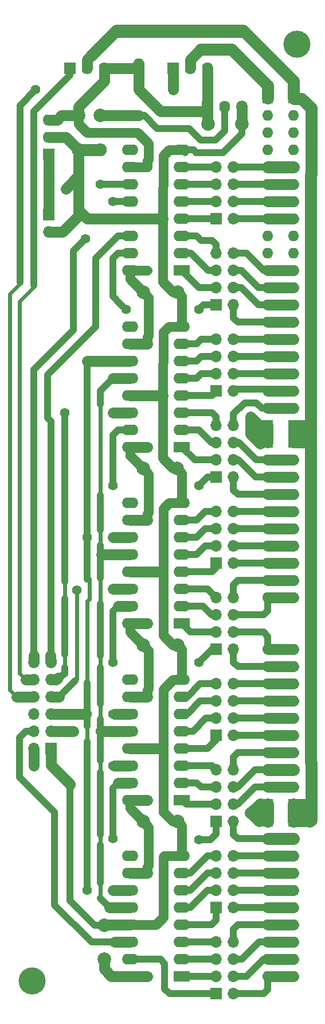
<source format=gbl>
G04 #@! TF.FileFunction,Copper,L4,Bot,Signal*
%FSLAX46Y46*%
G04 Gerber Fmt 4.6, Leading zero omitted, Abs format (unit mm)*
G04 Created by KiCad (PCBNEW 4.0.7-e2-6376~58~ubuntu14.04.1) date Thu Mar 22 17:03:27 2018*
%MOMM*%
%LPD*%
G01*
G04 APERTURE LIST*
%ADD10C,0.100000*%
%ADD11R,1.600000X1.600000*%
%ADD12O,1.600000X1.600000*%
%ADD13R,2.400000X1.600000*%
%ADD14O,2.400000X1.600000*%
%ADD15C,2.000000*%
%ADD16R,1.700000X1.700000*%
%ADD17O,1.700000X1.700000*%
%ADD18C,1.400000*%
%ADD19R,1.800000X1.800000*%
%ADD20O,1.800000X1.600000*%
%ADD21O,1.600000X1.800000*%
%ADD22C,1.900000*%
%ADD23C,1.600000*%
%ADD24O,1.800000X1.800000*%
%ADD25C,4.000000*%
%ADD26C,1.600000*%
%ADD27C,1.000000*%
%ADD28C,1.400000*%
%ADD29C,1.800000*%
%ADD30C,0.600000*%
G04 APERTURE END LIST*
D10*
D11*
X39878000Y-63881000D03*
D12*
X39878000Y-66421000D03*
X39878000Y-68961000D03*
X39878000Y-71501000D03*
X39878000Y-74041000D03*
X39878000Y-76581000D03*
X39878000Y-79121000D03*
X39878000Y-81661000D03*
X39878000Y-84201000D03*
X39878000Y-86741000D03*
D13*
X27178000Y-142621000D03*
D14*
X19558000Y-124841000D03*
X27178000Y-140081000D03*
X19558000Y-127381000D03*
X27178000Y-137541000D03*
X19558000Y-129921000D03*
X27178000Y-135001000D03*
X19558000Y-132461000D03*
X27178000Y-132461000D03*
X19558000Y-135001000D03*
X27178000Y-129921000D03*
X19558000Y-137541000D03*
X27178000Y-127381000D03*
X19558000Y-140081000D03*
X27178000Y-124841000D03*
X19558000Y-142621000D03*
D13*
X27178000Y-38481000D03*
D14*
X19558000Y-20701000D03*
X27178000Y-35941000D03*
X19558000Y-23241000D03*
X27178000Y-33401000D03*
X19558000Y-25781000D03*
X27178000Y-30861000D03*
X19558000Y-28321000D03*
X27178000Y-28321000D03*
X19558000Y-30861000D03*
X27178000Y-25781000D03*
X19558000Y-33401000D03*
X27178000Y-23241000D03*
X19558000Y-35941000D03*
X27178000Y-20701000D03*
X19558000Y-38481000D03*
D13*
X27178000Y-116586000D03*
D14*
X19558000Y-98806000D03*
X27178000Y-114046000D03*
X19558000Y-101346000D03*
X27178000Y-111506000D03*
X19558000Y-103886000D03*
X27178000Y-108966000D03*
X19558000Y-106426000D03*
X27178000Y-106426000D03*
X19558000Y-108966000D03*
X27178000Y-103886000D03*
X19558000Y-111506000D03*
X27178000Y-101346000D03*
X19558000Y-114046000D03*
X27178000Y-98806000D03*
X19558000Y-116586000D03*
D15*
X21463000Y-67691000D03*
X26463000Y-67691000D03*
X21543000Y-41656000D03*
X26543000Y-41656000D03*
D11*
X43688000Y-117221000D03*
D12*
X43688000Y-114681000D03*
X43688000Y-112141000D03*
X43688000Y-109601000D03*
X43688000Y-107061000D03*
X43688000Y-104521000D03*
X43688000Y-101981000D03*
X43688000Y-99441000D03*
X43688000Y-96901000D03*
X43688000Y-94361000D03*
D16*
X7493000Y-30226000D03*
D17*
X7493000Y-32766000D03*
D13*
X27178000Y-90551000D03*
D14*
X19558000Y-72771000D03*
X27178000Y-88011000D03*
X19558000Y-75311000D03*
X27178000Y-85471000D03*
X19558000Y-77851000D03*
X27178000Y-82931000D03*
X19558000Y-80391000D03*
X27178000Y-80391000D03*
X19558000Y-82931000D03*
X27178000Y-77851000D03*
X19558000Y-85471000D03*
X27178000Y-75311000D03*
X19558000Y-88011000D03*
X27178000Y-72771000D03*
X19558000Y-90551000D03*
D11*
X39878000Y-61341000D03*
D12*
X39878000Y-58801000D03*
X39878000Y-56261000D03*
X39878000Y-53721000D03*
X39878000Y-51181000D03*
X39878000Y-48641000D03*
X39878000Y-46101000D03*
X39878000Y-43561000D03*
X39878000Y-41021000D03*
X39878000Y-38481000D03*
D11*
X39878000Y-117221000D03*
D12*
X39878000Y-114681000D03*
X39878000Y-112141000D03*
X39878000Y-109601000D03*
X39878000Y-107061000D03*
X39878000Y-104521000D03*
X39878000Y-101981000D03*
X39878000Y-99441000D03*
X39878000Y-96901000D03*
X39878000Y-94361000D03*
D16*
X7874000Y-108966000D03*
D17*
X5334000Y-108966000D03*
X7874000Y-106426000D03*
X5334000Y-106426000D03*
X7874000Y-103886000D03*
X5334000Y-103886000D03*
X7874000Y-101346000D03*
X5334000Y-101346000D03*
X7874000Y-98806000D03*
X5334000Y-98806000D03*
X7874000Y-96266000D03*
X5334000Y-96266000D03*
D18*
X7533000Y-26416000D03*
X10033000Y-26416000D03*
D19*
X7493000Y-21336000D03*
D20*
X7493000Y-18796000D03*
X7493000Y-16256000D03*
D11*
X39878000Y-119761000D03*
D12*
X39878000Y-122301000D03*
X39878000Y-124841000D03*
X39878000Y-127381000D03*
X39878000Y-129921000D03*
X39878000Y-132461000D03*
X39878000Y-135001000D03*
X39878000Y-137541000D03*
X39878000Y-140081000D03*
X39878000Y-142621000D03*
D11*
X39878000Y-13081000D03*
D12*
X39878000Y-15621000D03*
X39878000Y-18161000D03*
X39878000Y-20701000D03*
X39878000Y-23241000D03*
X39878000Y-25781000D03*
X39878000Y-28321000D03*
X39878000Y-30861000D03*
X39878000Y-33401000D03*
X39878000Y-35941000D03*
D11*
X43688000Y-119761000D03*
D12*
X43688000Y-122301000D03*
X43688000Y-124841000D03*
X43688000Y-127381000D03*
X43688000Y-129921000D03*
X43688000Y-132461000D03*
X43688000Y-135001000D03*
X43688000Y-137541000D03*
X43688000Y-140081000D03*
X43688000Y-142621000D03*
D11*
X43688000Y-63881000D03*
D12*
X43688000Y-66421000D03*
X43688000Y-68961000D03*
X43688000Y-71501000D03*
X43688000Y-74041000D03*
X43688000Y-76581000D03*
X43688000Y-79121000D03*
X43688000Y-81661000D03*
X43688000Y-84201000D03*
X43688000Y-86741000D03*
D11*
X43688000Y-61341000D03*
D12*
X43688000Y-58801000D03*
X43688000Y-56261000D03*
X43688000Y-53721000D03*
X43688000Y-51181000D03*
X43688000Y-48641000D03*
X43688000Y-46101000D03*
X43688000Y-43561000D03*
X43688000Y-41021000D03*
X43688000Y-38481000D03*
D11*
X43688000Y-13081000D03*
D12*
X43688000Y-15621000D03*
X43688000Y-18161000D03*
X43688000Y-20701000D03*
X43688000Y-23241000D03*
X43688000Y-25781000D03*
X43688000Y-28321000D03*
X43688000Y-30861000D03*
X43688000Y-33401000D03*
X43688000Y-35941000D03*
D13*
X27178000Y-64516000D03*
D14*
X19558000Y-46736000D03*
X27178000Y-61976000D03*
X19558000Y-49276000D03*
X27178000Y-59436000D03*
X19558000Y-51816000D03*
X27178000Y-56896000D03*
X19558000Y-54356000D03*
X27178000Y-54356000D03*
X19558000Y-56896000D03*
X27178000Y-51816000D03*
X19558000Y-59436000D03*
X27178000Y-49276000D03*
X19558000Y-61976000D03*
X27178000Y-46736000D03*
X19558000Y-64516000D03*
D19*
X25908000Y-8636000D03*
D21*
X28448000Y-8636000D03*
X30988000Y-8636000D03*
D19*
X10668000Y-8636000D03*
D21*
X13208000Y-8636000D03*
X15748000Y-8636000D03*
D15*
X21543000Y-93726000D03*
X26543000Y-93726000D03*
X21543000Y-119761000D03*
X26543000Y-119761000D03*
X15748000Y-140081000D03*
X15748000Y-135081000D03*
X11938000Y-15621000D03*
X11938000Y-20621000D03*
X36068000Y-16891000D03*
X31068000Y-16891000D03*
D22*
X15113000Y-20621000D03*
D15*
X15113000Y-15621000D03*
D23*
X20828000Y-15621000D03*
D12*
X20828000Y-8001000D03*
D19*
X30988000Y-14351000D03*
D21*
X33528000Y-14351000D03*
D24*
X36068000Y-14351000D03*
D16*
X32258000Y-145161000D03*
D17*
X34798000Y-145161000D03*
X32258000Y-142621000D03*
X34798000Y-142621000D03*
X32258000Y-140081000D03*
X34798000Y-140081000D03*
X32258000Y-137541000D03*
X34798000Y-137541000D03*
D16*
X32258000Y-132461000D03*
D17*
X34798000Y-132461000D03*
X32258000Y-129921000D03*
X34798000Y-129921000D03*
X32258000Y-127381000D03*
X34798000Y-127381000D03*
X32258000Y-124841000D03*
X34798000Y-124841000D03*
D16*
X32258000Y-119761000D03*
D17*
X34798000Y-119761000D03*
X32258000Y-117221000D03*
X34798000Y-117221000D03*
X32258000Y-114681000D03*
X34798000Y-114681000D03*
X32258000Y-112141000D03*
X34798000Y-112141000D03*
D16*
X32258000Y-107061000D03*
D17*
X34798000Y-107061000D03*
X32258000Y-104521000D03*
X34798000Y-104521000D03*
X32258000Y-101981000D03*
X34798000Y-101981000D03*
X32258000Y-99441000D03*
X34798000Y-99441000D03*
D16*
X32258000Y-94361000D03*
D17*
X34798000Y-94361000D03*
X32258000Y-91821000D03*
X34798000Y-91821000D03*
X32258000Y-89281000D03*
X34798000Y-89281000D03*
X32258000Y-86741000D03*
X34798000Y-86741000D03*
D16*
X32258000Y-81661000D03*
D17*
X34798000Y-81661000D03*
X32258000Y-79121000D03*
X34798000Y-79121000D03*
X32258000Y-76581000D03*
X34798000Y-76581000D03*
X32258000Y-74041000D03*
X34798000Y-74041000D03*
D16*
X32258000Y-68961000D03*
D17*
X34798000Y-68961000D03*
X32258000Y-66421000D03*
X34798000Y-66421000D03*
X32258000Y-63881000D03*
X34798000Y-63881000D03*
X32258000Y-61341000D03*
X34798000Y-61341000D03*
D16*
X32258000Y-56261000D03*
D17*
X34798000Y-56261000D03*
X32258000Y-53721000D03*
X34798000Y-53721000D03*
X32258000Y-51181000D03*
X34798000Y-51181000D03*
X32258000Y-48641000D03*
X34798000Y-48641000D03*
D16*
X32258000Y-43561000D03*
D17*
X34798000Y-43561000D03*
X32258000Y-41021000D03*
X34798000Y-41021000D03*
X32258000Y-38481000D03*
X34798000Y-38481000D03*
X32258000Y-35941000D03*
X34798000Y-35941000D03*
D16*
X32258000Y-30861000D03*
D17*
X34798000Y-30861000D03*
X32258000Y-28321000D03*
X34798000Y-28321000D03*
X32258000Y-25781000D03*
X34798000Y-25781000D03*
X32258000Y-23241000D03*
X34798000Y-23241000D03*
D25*
X44196000Y-5080000D03*
X5080000Y-143256000D03*
D18*
X22098000Y-23241000D03*
X22098000Y-38481000D03*
X22098000Y-49276000D03*
X22098000Y-64516000D03*
X22098000Y-75311000D03*
X22098000Y-90551000D03*
X22098000Y-101346000D03*
X22098000Y-116586000D03*
X22098000Y-127381000D03*
X22098000Y-142621000D03*
X5334000Y-111506000D03*
X17018000Y-111506000D03*
X11706010Y-85598000D03*
X17018000Y-85471000D03*
X9906000Y-59436000D03*
X17018000Y-59436000D03*
X25908000Y-11811000D03*
X5587998Y-11811000D03*
X11176000Y-106426000D03*
X15113000Y-106426000D03*
X17018000Y-54356000D03*
X17018000Y-28321000D03*
X13230010Y-129921000D03*
X13208000Y-103886000D03*
X17018000Y-103886000D03*
X13208000Y-77851000D03*
X17018000Y-77851000D03*
X17018000Y-129921000D03*
X13208000Y-51816000D03*
X15113000Y-25781000D03*
X37338000Y-8636000D03*
X37338000Y-62611000D03*
X37338000Y-60071000D03*
X37338000Y-118491000D03*
X12954000Y-33782000D03*
X18034000Y-15621000D03*
X17018000Y-122301000D03*
X29717998Y-122428000D03*
X17018000Y-96265998D03*
X29718000Y-96266000D03*
X17018000Y-70231000D03*
X29718000Y-70231000D03*
X18923000Y-44196000D03*
X29717998Y-44196000D03*
D26*
X7533000Y-26416000D02*
X7533000Y-30186000D01*
X7533000Y-30186000D02*
X7493000Y-30226000D01*
X7493000Y-21336000D02*
X7493000Y-26376000D01*
X7493000Y-26376000D02*
X7533000Y-26416000D01*
D27*
X27178000Y-20701000D02*
X28928399Y-20701000D01*
X28928399Y-20701000D02*
X29309399Y-21082000D01*
X29309399Y-21082000D02*
X33274000Y-21082000D01*
X27178000Y-20701000D02*
X27178000Y-20574000D01*
X27178000Y-20574000D02*
X27686000Y-21082000D01*
X33274000Y-21082000D02*
X36068000Y-18288000D01*
X36068000Y-18288000D02*
X36068000Y-16891000D01*
D26*
X19558000Y-56896000D02*
X24377990Y-56896000D01*
D28*
X24377990Y-82931000D02*
X24477990Y-82931000D01*
D26*
X19558000Y-82931000D02*
X24377990Y-82931000D01*
D27*
X10668000Y-114300000D02*
X10668000Y-131415213D01*
D26*
X7874000Y-108966000D02*
X7874000Y-111416000D01*
X7874000Y-111416000D02*
X10668000Y-114210000D01*
X10668000Y-114210000D02*
X10668000Y-114300000D01*
D28*
X24377990Y-108966000D02*
X24477990Y-108966000D01*
D26*
X19558000Y-108966000D02*
X24377990Y-108966000D01*
D27*
X14333787Y-135081000D02*
X11840787Y-132588000D01*
X11840787Y-132588000D02*
X11430000Y-132177213D01*
X10668000Y-131415213D02*
X11840787Y-132588000D01*
X15748000Y-135081000D02*
X14333787Y-135081000D01*
D29*
X11938000Y-20621000D02*
X15113000Y-20621000D01*
D26*
X7493000Y-32766000D02*
X9533002Y-32766000D01*
X9533002Y-32766000D02*
X11938000Y-30361002D01*
X11938000Y-30361002D02*
X11938000Y-29591000D01*
D28*
X27178000Y-124841000D02*
X27178000Y-120396000D01*
X27178000Y-120396000D02*
X26543000Y-119761000D01*
X24477990Y-108966000D02*
X24477990Y-118330990D01*
X24477990Y-118330990D02*
X25908000Y-119761000D01*
X25908000Y-119761000D02*
X26543000Y-119761000D01*
X27178000Y-98806000D02*
X27178000Y-94361000D01*
X27178000Y-94361000D02*
X26543000Y-93726000D01*
X24477990Y-82931000D02*
X24477990Y-92295990D01*
X24477990Y-92295990D02*
X25908000Y-93726000D01*
X25908000Y-93726000D02*
X26543000Y-93726000D01*
X27178000Y-72771000D02*
X27178000Y-68406000D01*
X27178000Y-68406000D02*
X26463000Y-67691000D01*
X24377990Y-56896000D02*
X24377990Y-66160990D01*
X24377990Y-66160990D02*
X25908000Y-67691000D01*
X25908000Y-67691000D02*
X26463000Y-67691000D01*
X24377990Y-30861000D02*
X24377990Y-40125990D01*
X24377990Y-40125990D02*
X25908000Y-41656000D01*
X25908000Y-41656000D02*
X26543000Y-41656000D01*
X27178000Y-46736000D02*
X27178000Y-42291000D01*
X27178000Y-42291000D02*
X26543000Y-41656000D01*
D26*
X11938000Y-24511000D02*
X11938000Y-21336000D01*
X11938000Y-21336000D02*
X11938000Y-20621000D01*
X19558000Y-30861000D02*
X13208000Y-30861000D01*
X13208000Y-30861000D02*
X11938000Y-29591000D01*
X11938000Y-29591000D02*
X11938000Y-21336000D01*
X10033000Y-26416000D02*
X11938000Y-24511000D01*
D28*
X24477990Y-100236010D02*
X24477990Y-108966000D01*
X24477990Y-73566010D02*
X24477990Y-82931000D01*
X24477990Y-47531010D02*
X24377990Y-56896000D01*
X24477990Y-21496010D02*
X24377990Y-30861000D01*
D26*
X19558000Y-30861000D02*
X24377990Y-30861000D01*
X7493000Y-18796000D02*
X10113000Y-18796000D01*
X10113000Y-18796000D02*
X11938000Y-20621000D01*
X36068000Y-14351000D02*
X36068000Y-16891000D01*
D28*
X25273000Y-20701000D02*
X24477990Y-21496010D01*
X27178000Y-20701000D02*
X25273000Y-20701000D01*
X25273000Y-46736000D02*
X24477990Y-47531010D01*
X27178000Y-46736000D02*
X25273000Y-46736000D01*
X27178000Y-72771000D02*
X25273000Y-72771000D01*
X25273000Y-72771000D02*
X24477990Y-73566010D01*
X25908000Y-98806000D02*
X24477990Y-100236010D01*
X27178000Y-98806000D02*
X25908000Y-98806000D01*
D26*
X19558000Y-135001000D02*
X15828000Y-135001000D01*
X15828000Y-135001000D02*
X15748000Y-135081000D01*
D28*
X24477990Y-133891010D02*
X23368000Y-135001000D01*
X23368000Y-135001000D02*
X19558000Y-135001000D01*
X24477990Y-124941010D02*
X24477990Y-133891010D01*
X27178000Y-124841000D02*
X24578000Y-124841000D01*
X24578000Y-124841000D02*
X24477990Y-124941010D01*
D26*
X15748000Y-8636000D02*
X20193000Y-8636000D01*
X20193000Y-8636000D02*
X20828000Y-8001000D01*
X19558000Y-49276000D02*
X22098000Y-49276000D01*
X19558000Y-64516000D02*
X22077980Y-64516000D01*
X19558000Y-75311000D02*
X22098000Y-75311000D01*
X19558000Y-90551000D02*
X22098000Y-90551000D01*
X19558000Y-101346000D02*
X22098000Y-101346000D01*
X19558000Y-116586000D02*
X22098000Y-116586000D01*
X19558000Y-142621000D02*
X22098000Y-142621000D01*
X19558000Y-127381000D02*
X22098000Y-127381000D01*
X11938000Y-15621000D02*
X9400792Y-15621000D01*
X9400792Y-15621000D02*
X8765792Y-16256000D01*
X8765792Y-16256000D02*
X7493000Y-16256000D01*
D28*
X19558000Y-116586000D02*
X19558000Y-117776000D01*
X19558000Y-117776000D02*
X21543000Y-119761000D01*
X22098000Y-127381000D02*
X22098000Y-126391051D01*
X22098000Y-126391051D02*
X22258010Y-126231041D01*
X22258010Y-126231041D02*
X22258010Y-120556010D01*
X22258010Y-120556010D02*
X21543000Y-119841000D01*
X21543000Y-119841000D02*
X21543000Y-119761000D01*
X22098000Y-101346000D02*
X22098000Y-100356051D01*
X22098000Y-100356051D02*
X22258010Y-100196041D01*
X22258010Y-94521010D02*
X21543000Y-93806000D01*
X22258010Y-100196041D02*
X22258010Y-94521010D01*
X21543000Y-93806000D02*
X21543000Y-93726000D01*
X19558000Y-90551000D02*
X19558000Y-91741000D01*
X19558000Y-91741000D02*
X21543000Y-93726000D01*
X22098000Y-75311000D02*
X22098000Y-74321051D01*
X22098000Y-68326000D02*
X21463000Y-67691000D01*
X22098000Y-74321051D02*
X22258010Y-74161041D01*
X22258010Y-74161041D02*
X22258010Y-68486010D01*
X22258010Y-68486010D02*
X22098000Y-68326000D01*
X19558000Y-64516000D02*
X19558000Y-65786000D01*
X19558000Y-65786000D02*
X21463000Y-67691000D01*
X19558000Y-38481000D02*
X19558000Y-39671000D01*
X19558000Y-39671000D02*
X21543000Y-41656000D01*
X22098000Y-49276000D02*
X22098000Y-48286051D01*
X22098000Y-48286051D02*
X22258010Y-48126041D01*
X22258010Y-48126041D02*
X22258010Y-42451010D01*
X22258010Y-42451010D02*
X21543000Y-41736000D01*
X21543000Y-41736000D02*
X21543000Y-41656000D01*
D26*
X20828000Y-8001000D02*
X20828000Y-11811000D01*
X20828000Y-11811000D02*
X24003000Y-14986000D01*
X30353000Y-14986000D02*
X30988000Y-14351000D01*
X24003000Y-14986000D02*
X30353000Y-14986000D01*
X30988000Y-14351000D02*
X30988000Y-11811000D01*
D28*
X11938000Y-16891000D02*
X11938000Y-15621000D01*
X13208000Y-18161000D02*
X11938000Y-16891000D01*
X20630705Y-18121000D02*
X13208000Y-18161000D01*
X13883000Y-18121000D02*
X13843000Y-18161000D01*
X13843000Y-18161000D02*
X13208000Y-18161000D01*
X22098000Y-23241000D02*
X22098000Y-22251051D01*
X22098000Y-22251051D02*
X22258010Y-22091041D01*
X22258010Y-22091041D02*
X22258010Y-19748305D01*
X22258010Y-19748305D02*
X20630705Y-18121000D01*
D26*
X30988000Y-11811000D02*
X30988000Y-11176000D01*
X30988000Y-11176000D02*
X30988000Y-8636000D01*
X30988000Y-16811000D02*
X30988000Y-11811000D01*
X11938000Y-14351000D02*
X11938000Y-15621000D01*
X15748000Y-10541000D02*
X11938000Y-14351000D01*
X15748000Y-8636000D02*
X15748000Y-10541000D01*
X31068000Y-16891000D02*
X30988000Y-16811000D01*
X30988000Y-9908792D02*
X30988000Y-8636000D01*
D28*
X22098000Y-23241000D02*
X19558000Y-23241000D01*
X19558000Y-38481000D02*
X22098000Y-38481000D01*
X19558000Y-64516000D02*
X22098000Y-64516000D01*
D26*
X16238787Y-141986000D02*
X16238787Y-142101787D01*
X16238787Y-142101787D02*
X16758000Y-142621000D01*
X16758000Y-142621000D02*
X19558000Y-142621000D01*
X15748000Y-140081000D02*
X15748000Y-141495213D01*
X15748000Y-141495213D02*
X16238787Y-141986000D01*
D27*
X17272000Y-137541000D02*
X13843000Y-137541000D01*
X13843000Y-137541000D02*
X8382000Y-132080000D01*
X8382000Y-132080000D02*
X8382000Y-118364000D01*
X8382000Y-118364000D02*
X3183999Y-113165999D01*
X3183999Y-113165999D02*
X3183999Y-107373920D01*
X3183999Y-107373920D02*
X4131919Y-106426000D01*
X4131919Y-106426000D02*
X5334000Y-106426000D01*
D26*
X19558000Y-137541000D02*
X17272000Y-137541000D01*
X5334000Y-108966000D02*
X5334000Y-111506000D01*
X19558000Y-111506000D02*
X17213010Y-111506000D01*
D27*
X19558000Y-111506000D02*
X17018000Y-111506000D01*
D26*
X19558000Y-85471000D02*
X17038023Y-85471000D01*
X7874000Y-101346000D02*
X9076081Y-101346000D01*
D30*
X11430000Y-98992081D02*
X11706010Y-98716071D01*
D27*
X9076081Y-101346000D02*
X11430000Y-98992081D01*
D30*
X11706010Y-98716071D02*
X11706010Y-86587949D01*
X11706010Y-86587949D02*
X11706010Y-85598000D01*
D27*
X19558000Y-85471000D02*
X17018000Y-85471000D01*
D26*
X19558000Y-59436000D02*
X17018000Y-59436000D01*
D27*
X8858351Y-98593868D02*
X9903201Y-97973282D01*
D26*
X7874000Y-98806000D02*
X8646219Y-98806000D01*
X8646219Y-98806000D02*
X8858351Y-98593868D01*
D27*
X9905479Y-94994333D02*
X9905479Y-95115477D01*
D30*
X9903394Y-97028000D02*
X9903812Y-94996000D01*
D27*
X9903201Y-97973282D02*
X9903201Y-97028193D01*
X9903201Y-97028193D02*
X9903394Y-97028000D01*
D30*
X9905479Y-86868000D02*
X9906000Y-84328000D01*
D27*
X9905479Y-86868000D02*
X9905479Y-94994333D01*
X9905479Y-94994333D02*
X9903812Y-94996000D01*
X9906000Y-59436000D02*
X9906000Y-76708000D01*
X9906000Y-76708000D02*
X9906000Y-84328000D01*
D26*
X7874000Y-96266000D02*
X7874000Y-96053860D01*
X7874000Y-96053860D02*
X7805469Y-95985329D01*
X7805469Y-95985329D02*
X7805469Y-95250000D01*
D27*
X17758000Y-33401000D02*
X19558000Y-33401000D01*
X14478000Y-46736000D02*
X14478000Y-36681000D01*
X14478000Y-36681000D02*
X17758000Y-33401000D01*
X7366000Y-53848000D02*
X14478000Y-46736000D01*
X7366000Y-60198000D02*
X7366000Y-53848000D01*
X7874000Y-96266000D02*
X7874000Y-60706000D01*
X7874000Y-60706000D02*
X7366000Y-60198000D01*
D30*
X7366000Y-53848000D02*
X8636000Y-52578000D01*
X14478000Y-46736000D02*
X8636000Y-52578000D01*
X8636000Y-52578000D02*
X7975987Y-53238013D01*
X4131919Y-98806000D02*
X3183999Y-97858080D01*
X3183999Y-97858080D02*
X3183999Y-43044001D01*
X3183999Y-43044001D02*
X5292999Y-40935001D01*
X5292999Y-40935001D02*
X5292999Y-40640000D01*
D27*
X5292999Y-26606997D02*
X5292999Y-40640000D01*
D26*
X5334000Y-98806000D02*
X4131919Y-98806000D01*
D27*
X10668000Y-9652000D02*
X5292999Y-15027001D01*
X5292999Y-15027001D02*
X5292999Y-26606997D01*
X10668000Y-8636000D02*
X10668000Y-9652000D01*
D30*
X2794002Y-101346000D02*
X1778000Y-100329998D01*
X1778000Y-100329998D02*
X1778000Y-41910000D01*
X1778000Y-41910000D02*
X3292989Y-40395011D01*
X3292989Y-40395011D02*
X3292989Y-40196660D01*
D26*
X5334000Y-101346000D02*
X2794002Y-101346000D01*
D27*
X3279991Y-28171991D02*
X3292989Y-28184989D01*
X3292989Y-28184989D02*
X3292989Y-40196660D01*
X3279991Y-14119007D02*
X3279991Y-28171991D01*
X5587998Y-11811000D02*
X3279991Y-14119007D01*
D26*
X25908000Y-8636000D02*
X25908000Y-11811000D01*
X19558000Y-54356000D02*
X17018000Y-54356000D01*
D30*
X15308010Y-80391000D02*
X15113000Y-80391000D01*
D26*
X19558000Y-80391000D02*
X15308010Y-80391000D01*
X7874000Y-106426000D02*
X11176000Y-106426000D01*
X19558000Y-106426000D02*
X15330019Y-106426000D01*
X19558000Y-132461000D02*
X16510000Y-132461000D01*
D30*
X15113000Y-128778000D02*
X15113000Y-131064000D01*
D27*
X16510000Y-132461000D02*
X15113000Y-131064000D01*
D30*
X15113000Y-121666000D02*
X15113000Y-123190000D01*
D27*
X15113000Y-123190000D02*
X15113000Y-128778000D01*
D30*
X15113000Y-110744000D02*
X15113000Y-112522000D01*
D27*
X15113000Y-112522000D02*
X15113000Y-121666000D01*
D30*
X15138013Y-95250000D02*
X15138013Y-97028000D01*
X15138013Y-83312000D02*
X15138013Y-87630000D01*
D27*
X15138013Y-95250000D02*
X15138013Y-87630000D01*
D30*
X15138013Y-102362000D02*
X15138013Y-104648000D01*
D27*
X15138013Y-102362000D02*
X15138013Y-97028000D01*
X15113000Y-106426000D02*
X15113000Y-104673013D01*
X15113000Y-104673013D02*
X15138013Y-104648000D01*
X15113000Y-106426000D02*
X15113000Y-110744000D01*
X15113000Y-78994000D02*
X15138013Y-83820000D01*
X15113000Y-83286987D02*
X15113000Y-83794987D01*
X15113000Y-83794987D02*
X15138013Y-83820000D01*
D30*
X15113000Y-78994000D02*
X15113000Y-80391000D01*
X15113000Y-76708000D02*
X15113000Y-78994000D01*
X15138013Y-80416013D02*
X15138013Y-83312000D01*
D27*
X15113000Y-83286987D02*
X15138013Y-83312000D01*
D30*
X15113000Y-58166000D02*
X15113000Y-71628000D01*
D27*
X15113000Y-71628000D02*
X15113000Y-76708000D01*
D30*
X15113000Y-56388000D02*
X15113000Y-58166000D01*
D27*
X15113000Y-56261000D02*
X15113000Y-58166000D01*
X17018000Y-54356000D02*
X15113000Y-56261000D01*
X15113000Y-56261000D02*
X15113000Y-56388000D01*
X19558000Y-80391000D02*
X15163026Y-80391000D01*
X15163026Y-80391000D02*
X15138013Y-80416013D01*
X19558000Y-106426000D02*
X15113000Y-106426000D01*
D30*
X15113000Y-80391000D02*
X15138013Y-80416013D01*
D27*
X19558000Y-28321000D02*
X17018000Y-28321000D01*
D26*
X19558000Y-77851000D02*
X17018000Y-77851000D01*
X19558000Y-103886000D02*
X17238022Y-103886000D01*
X7874000Y-103886000D02*
X13012990Y-103886000D01*
X19558000Y-129921000D02*
X17018000Y-129921000D01*
D27*
X13208000Y-77851000D02*
X13208000Y-83566000D01*
X13208000Y-83566000D02*
X13208000Y-83949996D01*
D30*
X13512989Y-86941015D02*
X13512989Y-83870989D01*
X13512989Y-83870989D02*
X13208000Y-83566000D01*
X13230010Y-87223994D02*
X13230010Y-99314000D01*
D27*
X13208000Y-103886000D02*
X13208000Y-99336010D01*
X13208000Y-99336010D02*
X13230010Y-99314000D01*
D30*
X13230010Y-99314000D02*
X13230010Y-105664000D01*
X13230010Y-105664000D02*
X13230010Y-107950000D01*
D27*
X13208000Y-103886000D02*
X13208000Y-105641990D01*
X13208000Y-105641990D02*
X13230010Y-105664000D01*
X13230010Y-129921000D02*
X13230010Y-107950000D01*
D30*
X13512989Y-86941015D02*
X13230010Y-87223994D01*
D27*
X13208000Y-77851000D02*
X13208000Y-51816000D01*
D26*
X19558000Y-51816000D02*
X13208000Y-51816000D01*
D27*
X7874000Y-103886000D02*
X13208000Y-103886000D01*
X19558000Y-103886000D02*
X17018000Y-103886000D01*
D30*
X19558000Y-129921000D02*
X17758000Y-129921000D01*
D27*
X19558000Y-25781000D02*
X15113000Y-25781000D01*
D29*
X39878000Y-11176000D02*
X37338000Y-8636000D01*
X37338000Y-8636000D02*
X34544000Y-5842000D01*
X34544000Y-5842000D02*
X29969208Y-5842000D01*
X39878000Y-13081000D02*
X39878000Y-11176000D01*
D26*
X29969208Y-5842000D02*
X28448000Y-7363208D01*
X32042002Y-5842000D02*
X29969208Y-5842000D01*
X28448000Y-7363208D02*
X28448000Y-8636000D01*
X37338000Y-118491000D02*
X38747999Y-117081001D01*
X37338000Y-118491000D02*
X38608000Y-119761000D01*
X37338000Y-62611000D02*
X38747999Y-64020999D01*
X37338000Y-60071000D02*
X38608000Y-61341000D01*
X38608000Y-61341000D02*
X39878000Y-61341000D01*
X37338000Y-62611000D02*
X38608000Y-62611000D01*
X38608000Y-62611000D02*
X39878000Y-63881000D01*
X37338000Y-61201000D02*
X37338000Y-62611000D01*
X37338000Y-61201000D02*
X37338000Y-60071000D01*
X37338000Y-60425949D02*
X37338000Y-60071000D01*
X39878000Y-61341000D02*
X37478000Y-61341000D01*
X37478000Y-61341000D02*
X37338000Y-61201000D01*
X39878000Y-63881000D02*
X39878000Y-61341000D01*
D29*
X39878000Y-118491000D02*
X39878000Y-119700990D01*
X39878000Y-117221000D02*
X39878000Y-118491000D01*
X39878000Y-118491000D02*
X37338000Y-118491000D01*
D26*
X36488991Y-3341991D02*
X36703000Y-3556000D01*
X17229217Y-3341991D02*
X36488991Y-3341991D01*
X13840208Y-6731000D02*
X17229217Y-3341991D01*
D29*
X17523208Y-3048000D02*
X13840208Y-6731000D01*
X36255000Y-3048000D02*
X17523208Y-3048000D01*
X36763000Y-3556000D02*
X36255000Y-3048000D01*
D26*
X13208000Y-7363208D02*
X13840208Y-6731000D01*
D29*
X43688000Y-13081000D02*
X43688000Y-10481000D01*
X43688000Y-10481000D02*
X36763000Y-3556000D01*
X36763000Y-3556000D02*
X36703000Y-3556000D01*
X46228000Y-61341000D02*
X46228000Y-24377969D01*
X46288010Y-14521008D02*
X44888001Y-13120999D01*
X46228000Y-24377969D02*
X46288010Y-24317959D01*
X46288010Y-24317959D02*
X46288010Y-14521008D01*
X43727999Y-13120999D02*
X43688000Y-13081000D01*
X44888001Y-13120999D02*
X43727999Y-13120999D01*
X46228000Y-61341000D02*
X46228000Y-111004031D01*
X46228000Y-111004031D02*
X46288010Y-111064041D01*
X46288010Y-111064041D02*
X46288010Y-119560990D01*
X46288010Y-119560990D02*
X46088000Y-119761000D01*
D26*
X13208000Y-8636000D02*
X13208000Y-7363208D01*
X43688000Y-117221000D02*
X44958000Y-118491000D01*
X46228000Y-63881000D02*
X46228000Y-117221000D01*
X46228000Y-117221000D02*
X46228000Y-119621000D01*
X43688000Y-117221000D02*
X46228000Y-117221000D01*
X46088000Y-119761000D02*
X43688000Y-119761000D01*
X46228000Y-119621000D02*
X46088000Y-119761000D01*
X43688000Y-63881000D02*
X44958000Y-62611000D01*
X46228000Y-61341000D02*
X46228000Y-63881000D01*
X43688000Y-63881000D02*
X46228000Y-63881000D01*
X43688000Y-61341000D02*
X46228000Y-61341000D01*
X43688000Y-63881000D02*
X43688000Y-61341000D01*
D29*
X43688000Y-118491000D02*
X43688000Y-119700990D01*
X43688000Y-117221000D02*
X43688000Y-118491000D01*
D27*
X33528000Y-16251000D02*
X33528000Y-14351000D01*
X33528000Y-17835002D02*
X33528000Y-16251000D01*
X29963999Y-19191001D02*
X32172001Y-19191001D01*
X21668136Y-15621000D02*
X23573136Y-17526000D01*
X20828000Y-15621000D02*
X21668136Y-15621000D01*
X23573136Y-17526000D02*
X28298998Y-17526000D01*
X28298998Y-17526000D02*
X29963999Y-19191001D01*
X32172001Y-19191001D02*
X33528000Y-17835002D01*
D26*
X15113000Y-15621000D02*
X20828000Y-15621000D01*
D27*
X5334000Y-53086000D02*
X5334000Y-95250000D01*
D26*
X5334000Y-96266000D02*
X5334000Y-95250000D01*
D27*
X11176000Y-47244000D02*
X5334000Y-53086000D01*
X11176000Y-35560000D02*
X11176000Y-47244000D01*
X12954000Y-33782000D02*
X11176000Y-35560000D01*
X18034000Y-15621000D02*
X20828000Y-15621000D01*
X15748000Y-15621000D02*
X18034000Y-15621000D01*
X19558000Y-140081000D02*
X24003000Y-140081000D01*
X24003000Y-140081000D02*
X24638000Y-140716000D01*
X24638000Y-140716000D02*
X24638000Y-144421002D01*
X24638000Y-144421002D02*
X25377998Y-145161000D01*
X25377998Y-145161000D02*
X30408000Y-145161000D01*
X30408000Y-145161000D02*
X32258000Y-145161000D01*
X34798000Y-145161000D02*
X39243000Y-145161000D01*
X39243000Y-145161000D02*
X39878000Y-144526000D01*
X39878000Y-144526000D02*
X39878000Y-142621000D01*
D26*
X39878000Y-142621000D02*
X43688000Y-142621000D01*
D27*
X27178000Y-142621000D02*
X32258000Y-142621000D01*
D26*
X39878000Y-140081000D02*
X43688000Y-140081000D01*
D27*
X39309998Y-140081000D02*
X39878000Y-140081000D01*
X36769998Y-142621000D02*
X39309998Y-140081000D01*
X34798000Y-142621000D02*
X36769998Y-142621000D01*
X27178000Y-140081000D02*
X32258000Y-140081000D01*
X34798000Y-140081000D02*
X36068000Y-140081000D01*
X36068000Y-140081000D02*
X38608000Y-137541000D01*
X38608000Y-137541000D02*
X39878000Y-137541000D01*
D26*
X39878000Y-137541000D02*
X43688000Y-137541000D01*
D27*
X27178000Y-137541000D02*
X32258000Y-137541000D01*
D26*
X39878000Y-135001000D02*
X43688000Y-135001000D01*
D27*
X34798000Y-137541000D02*
X34798000Y-135636000D01*
X34798000Y-135636000D02*
X35433000Y-135001000D01*
X35433000Y-135001000D02*
X39878000Y-135001000D01*
X27178000Y-135001000D02*
X31568000Y-135001000D01*
X31568000Y-135001000D02*
X32258000Y-134311000D01*
X32258000Y-134311000D02*
X32258000Y-132461000D01*
D26*
X39878000Y-132461000D02*
X43688000Y-132461000D01*
D27*
X34798000Y-132461000D02*
X39878000Y-132461000D01*
X27178000Y-132461000D02*
X28448000Y-132461000D01*
X28448000Y-132461000D02*
X30988000Y-129921000D01*
X30988000Y-129921000D02*
X32258000Y-129921000D01*
D26*
X39878000Y-129921000D02*
X43688000Y-129921000D01*
D27*
X34798000Y-129921000D02*
X39878000Y-129921000D01*
X31055919Y-127381000D02*
X32258000Y-127381000D01*
X27178000Y-129921000D02*
X28442402Y-129921000D01*
X30982402Y-127381000D02*
X31055919Y-127381000D01*
X28442402Y-129921000D02*
X30982402Y-127381000D01*
D26*
X39878000Y-127381000D02*
X43688000Y-127381000D01*
D27*
X34798000Y-127381000D02*
X39878000Y-127381000D01*
X31055919Y-124841000D02*
X32258000Y-124841000D01*
X30976802Y-124841000D02*
X31055919Y-124841000D01*
X27178000Y-127381000D02*
X28436802Y-127381000D01*
X28436802Y-127381000D02*
X30976802Y-124841000D01*
D26*
X39878000Y-124841000D02*
X43688000Y-124841000D01*
D27*
X34798000Y-124841000D02*
X39878000Y-124841000D01*
D26*
X19558000Y-114046000D02*
X17780000Y-114046000D01*
D27*
X17018000Y-122301000D02*
X17018000Y-114808000D01*
X17018000Y-114808000D02*
X17780000Y-114046000D01*
X31441000Y-122428000D02*
X30707947Y-122428000D01*
X30707947Y-122428000D02*
X29717998Y-122428000D01*
X32258000Y-121611000D02*
X31441000Y-122428000D01*
X32258000Y-119761000D02*
X32258000Y-121611000D01*
D29*
X39878000Y-122301000D02*
X43688000Y-122301000D01*
D27*
X34798000Y-121666000D02*
X35433000Y-122301000D01*
X35433000Y-122301000D02*
X39878000Y-122301000D01*
X34798000Y-119761000D02*
X34798000Y-121666000D01*
X27178000Y-116586000D02*
X27813000Y-117221000D01*
X27813000Y-117221000D02*
X32258000Y-117221000D01*
D26*
X39878000Y-114681000D02*
X43688000Y-114681000D01*
D27*
X38746630Y-114681000D02*
X39878000Y-114681000D01*
X38036716Y-114681000D02*
X38746630Y-114681000D01*
X34798000Y-117221000D02*
X35496716Y-117221000D01*
X35496716Y-117221000D02*
X38036716Y-114681000D01*
D30*
X34798000Y-117221000D02*
X35144558Y-117221000D01*
D27*
X27178000Y-114046000D02*
X29378000Y-114046000D01*
X29378000Y-114046000D02*
X30013000Y-114681000D01*
X30013000Y-114681000D02*
X31055919Y-114681000D01*
X31055919Y-114681000D02*
X32258000Y-114681000D01*
D29*
X43688000Y-112141000D02*
X39878000Y-112141000D01*
D27*
X34798000Y-114681000D02*
X35491118Y-114681000D01*
X35491118Y-114681000D02*
X38031118Y-112141000D01*
X38031118Y-112141000D02*
X38746630Y-112141000D01*
X38746630Y-112141000D02*
X39878000Y-112141000D01*
X27178000Y-111506000D02*
X31623000Y-111506000D01*
X31623000Y-111506000D02*
X32258000Y-112141000D01*
D26*
X39878000Y-109601000D02*
X43688000Y-109601000D01*
D27*
X35433000Y-109601000D02*
X39878000Y-109601000D01*
X34798000Y-110236000D02*
X35433000Y-109601000D01*
X34798000Y-112141000D02*
X34798000Y-110236000D01*
X27178000Y-108966000D02*
X30988000Y-108966000D01*
X30988000Y-108966000D02*
X32258000Y-107696000D01*
X32258000Y-107696000D02*
X32258000Y-107061000D01*
D26*
X39878000Y-107061000D02*
X43688000Y-107061000D01*
D27*
X34798000Y-107061000D02*
X39878000Y-107061000D01*
X27178000Y-106426000D02*
X28852998Y-106426000D01*
X28852998Y-106426000D02*
X30757998Y-104521000D01*
X30757998Y-104521000D02*
X31055919Y-104521000D01*
X31055919Y-104521000D02*
X32258000Y-104521000D01*
D26*
X39878000Y-104521000D02*
X43688000Y-104521000D01*
D27*
X34798000Y-104521000D02*
X39878000Y-104521000D01*
X31055919Y-101981000D02*
X32258000Y-101981000D01*
X29918460Y-101981000D02*
X31055919Y-101981000D01*
X28013460Y-103886000D02*
X29918460Y-101981000D01*
X27178000Y-103886000D02*
X28013460Y-103886000D01*
D26*
X39878000Y-101981000D02*
X43688000Y-101981000D01*
D27*
X34798000Y-101981000D02*
X39878000Y-101981000D01*
X28007862Y-101346000D02*
X29912862Y-99441000D01*
X27178000Y-101346000D02*
X28007862Y-101346000D01*
X29912862Y-99441000D02*
X31055919Y-99441000D01*
X31055919Y-99441000D02*
X32258000Y-99441000D01*
D26*
X39878000Y-99441000D02*
X43688000Y-99441000D01*
D27*
X34798000Y-99441000D02*
X39878000Y-99441000D01*
D26*
X19558000Y-88011000D02*
X17758000Y-88011000D01*
D27*
X17018000Y-88751000D02*
X17018000Y-96265998D01*
X17758000Y-88011000D02*
X17018000Y-88751000D01*
X32258000Y-94361000D02*
X31623000Y-94361000D01*
X31623000Y-94361000D02*
X29718000Y-96266000D01*
X35433000Y-96901000D02*
X39878000Y-96901000D01*
X34798000Y-96266000D02*
X35433000Y-96901000D01*
X34798000Y-94361000D02*
X34798000Y-96266000D01*
D26*
X39878000Y-96901000D02*
X43688000Y-96901000D01*
D27*
X27178000Y-90551000D02*
X28448000Y-91821000D01*
X28448000Y-91821000D02*
X32258000Y-91821000D01*
X39878000Y-92456000D02*
X39878000Y-94361000D01*
X39243000Y-91821000D02*
X39878000Y-92456000D01*
X34798000Y-91821000D02*
X39243000Y-91821000D01*
D26*
X39878000Y-94361000D02*
X43688000Y-94361000D01*
D27*
X27178000Y-88011000D02*
X30345998Y-88011000D01*
X30345998Y-88011000D02*
X31615998Y-89281000D01*
X31615998Y-89281000D02*
X32258000Y-89281000D01*
D26*
X39878000Y-86741000D02*
X43688000Y-86741000D01*
D27*
X39243000Y-89281000D02*
X39878000Y-88646000D01*
X39878000Y-88646000D02*
X39878000Y-86741000D01*
X34798000Y-89281000D02*
X39243000Y-89281000D01*
X27178000Y-85471000D02*
X30988000Y-85471000D01*
X30988000Y-85471000D02*
X32258000Y-86741000D01*
D26*
X39878000Y-84201000D02*
X43688000Y-84201000D01*
D27*
X34798000Y-86741000D02*
X34798000Y-84836000D01*
X34798000Y-84836000D02*
X35433000Y-84201000D01*
X35433000Y-84201000D02*
X39878000Y-84201000D01*
X32258000Y-82296000D02*
X32258000Y-81661000D01*
X31623000Y-82931000D02*
X32258000Y-82296000D01*
X27178000Y-82931000D02*
X31623000Y-82931000D01*
D26*
X39878000Y-81661000D02*
X43688000Y-81661000D01*
D27*
X34798000Y-81661000D02*
X39878000Y-81661000D01*
X29378000Y-80391000D02*
X30648000Y-79121000D01*
X30648000Y-79121000D02*
X31055919Y-79121000D01*
X27178000Y-80391000D02*
X29378000Y-80391000D01*
X31055919Y-79121000D02*
X32258000Y-79121000D01*
D26*
X39878000Y-79121000D02*
X43688000Y-79121000D01*
D27*
X34798000Y-79121000D02*
X39878000Y-79121000D01*
X30648000Y-76581000D02*
X31055919Y-76581000D01*
X29908011Y-77320989D02*
X30648000Y-76581000D01*
X29902412Y-77320989D02*
X29908011Y-77320989D01*
X29372401Y-77851000D02*
X29902412Y-77320989D01*
X27178000Y-77851000D02*
X29372401Y-77851000D01*
X31055919Y-76581000D02*
X32258000Y-76581000D01*
D26*
X39878000Y-76581000D02*
X43688000Y-76581000D01*
D27*
X34798000Y-76581000D02*
X39878000Y-76581000D01*
X31055919Y-74041000D02*
X32258000Y-74041000D01*
X29372401Y-75311000D02*
X30642401Y-74041000D01*
X27178000Y-75311000D02*
X29372401Y-75311000D01*
X30642401Y-74041000D02*
X31055919Y-74041000D01*
D26*
X39878000Y-74041000D02*
X43688000Y-74041000D01*
D27*
X34798000Y-74041000D02*
X39878000Y-74041000D01*
X17018000Y-62716000D02*
X17018000Y-70231000D01*
X17758000Y-61976000D02*
X17018000Y-62716000D01*
X19558000Y-61976000D02*
X17758000Y-61976000D01*
X32258000Y-68961000D02*
X30988000Y-68961000D01*
X30988000Y-68961000D02*
X29718000Y-70231000D01*
D26*
X39878000Y-71501000D02*
X43688000Y-71501000D01*
D27*
X34798000Y-68961000D02*
X34798000Y-70866000D01*
X34798000Y-70866000D02*
X35433000Y-71501000D01*
X35433000Y-71501000D02*
X39878000Y-71501000D01*
X27178000Y-64516000D02*
X29083000Y-66421000D01*
X29083000Y-66421000D02*
X32258000Y-66421000D01*
X38103222Y-68961000D02*
X38746630Y-68961000D01*
X34798000Y-66421000D02*
X35563222Y-66421000D01*
X38746630Y-68961000D02*
X39878000Y-68961000D01*
X35563222Y-66421000D02*
X38103222Y-68961000D01*
D26*
X39878000Y-68961000D02*
X43688000Y-68961000D01*
D27*
X27178000Y-61976000D02*
X29710998Y-61976000D01*
X29710998Y-61976000D02*
X31615998Y-63881000D01*
X31615998Y-63881000D02*
X32258000Y-63881000D01*
X34798000Y-63881000D02*
X35638138Y-63881000D01*
X35638138Y-63881000D02*
X38178138Y-66421000D01*
X38178138Y-66421000D02*
X39878000Y-66421000D01*
D30*
X34798000Y-63881000D02*
X35285979Y-63881000D01*
D26*
X39878000Y-66421000D02*
X43688000Y-66421000D01*
D27*
X27178000Y-59436000D02*
X31623000Y-59436000D01*
X31623000Y-59436000D02*
X32258000Y-60071000D01*
X32258000Y-60071000D02*
X32258000Y-61341000D01*
X34798000Y-61341000D02*
X34798000Y-59641138D01*
X34798000Y-59641138D02*
X36468148Y-57970990D01*
X36468148Y-57970990D02*
X38207852Y-57970990D01*
X39037862Y-58801000D02*
X39878000Y-58801000D01*
X38207852Y-57970990D02*
X39037862Y-58801000D01*
D26*
X39878000Y-58801000D02*
X43688000Y-58801000D01*
D27*
X27178000Y-56896000D02*
X31623000Y-56896000D01*
X31623000Y-56896000D02*
X32258000Y-56261000D01*
X35128011Y-55930989D02*
X39547989Y-55930989D01*
X34798000Y-56261000D02*
X35128011Y-55930989D01*
X39547989Y-55930989D02*
X39878000Y-56261000D01*
D26*
X39878000Y-56261000D02*
X43688000Y-56261000D01*
D27*
X27178000Y-54356000D02*
X29378000Y-54356000D01*
X29378000Y-54356000D02*
X30013000Y-53721000D01*
X30013000Y-53721000D02*
X31055919Y-53721000D01*
X31055919Y-53721000D02*
X32258000Y-53721000D01*
X34798000Y-53721000D02*
X39878000Y-53721000D01*
D26*
X39878000Y-53721000D02*
X43688000Y-53721000D01*
D27*
X27178000Y-51816000D02*
X29378000Y-51816000D01*
X29378000Y-51816000D02*
X30013000Y-51181000D01*
X30013000Y-51181000D02*
X31055919Y-51181000D01*
X31055919Y-51181000D02*
X32258000Y-51181000D01*
X34798000Y-51181000D02*
X39878000Y-51181000D01*
D26*
X39878000Y-51181000D02*
X43688000Y-51181000D01*
D27*
X27178000Y-49276000D02*
X29378000Y-49276000D01*
X29378000Y-49276000D02*
X30013000Y-48641000D01*
X30013000Y-48641000D02*
X31055919Y-48641000D01*
X31055919Y-48641000D02*
X32258000Y-48641000D01*
X34798000Y-48641000D02*
X39878000Y-48641000D01*
D26*
X39878000Y-48641000D02*
X43688000Y-48641000D01*
D27*
X18223001Y-43496001D02*
X18923000Y-44196000D01*
X17018000Y-42291000D02*
X18223001Y-43496001D01*
X17018000Y-36686598D02*
X17018000Y-42291000D01*
X17763598Y-35941000D02*
X17018000Y-36686598D01*
X19558000Y-35941000D02*
X17763598Y-35941000D01*
X32258000Y-43561000D02*
X30352998Y-43561000D01*
X30352998Y-43561000D02*
X29717998Y-44196000D01*
X34798000Y-43561000D02*
X34798000Y-45466000D01*
X35433000Y-46101000D02*
X39878000Y-46101000D01*
X34798000Y-45466000D02*
X35433000Y-46101000D01*
D26*
X39878000Y-46101000D02*
X43688000Y-46101000D01*
D27*
X27178000Y-38481000D02*
X29718000Y-41021000D01*
X29718000Y-41021000D02*
X32258000Y-41021000D01*
X38746630Y-43561000D02*
X39878000Y-43561000D01*
X38534483Y-43561000D02*
X38746630Y-43561000D01*
X35994483Y-41021000D02*
X38534483Y-43561000D01*
X34798000Y-41021000D02*
X35994483Y-41021000D01*
D26*
X39878000Y-43561000D02*
X43688000Y-43561000D01*
D27*
X27178000Y-35941000D02*
X28515919Y-35941000D01*
X28515919Y-35941000D02*
X31055919Y-38481000D01*
X31055919Y-38481000D02*
X32258000Y-38481000D01*
X34798000Y-38481000D02*
X36000081Y-38481000D01*
X36000081Y-38481000D02*
X38540081Y-41021000D01*
X38540081Y-41021000D02*
X38746630Y-41021000D01*
X38746630Y-41021000D02*
X39878000Y-41021000D01*
D26*
X39878000Y-41021000D02*
X43688000Y-41021000D01*
D27*
X31623000Y-34036000D02*
X32258000Y-34671000D01*
X32258000Y-34671000D02*
X32258000Y-35941000D01*
X30013000Y-34036000D02*
X31623000Y-34036000D01*
X27178000Y-33401000D02*
X29378000Y-33401000D01*
X29378000Y-33401000D02*
X30013000Y-34036000D01*
X34798000Y-35941000D02*
X36703000Y-35941000D01*
X39243000Y-38481000D02*
X39878000Y-38481000D01*
X36703000Y-35941000D02*
X39243000Y-38481000D01*
D26*
X39878000Y-38481000D02*
X43688000Y-38481000D01*
D27*
X27178000Y-30861000D02*
X32258000Y-30861000D01*
D26*
X39878000Y-30861000D02*
X43688000Y-30861000D01*
D27*
X34798000Y-30861000D02*
X39878000Y-30861000D01*
X27178000Y-28321000D02*
X32258000Y-28321000D01*
D26*
X39878000Y-28321000D02*
X43688000Y-28321000D01*
D27*
X34798000Y-28321000D02*
X39878000Y-28321000D01*
X27178000Y-25781000D02*
X32258000Y-25781000D01*
D26*
X39878000Y-25781000D02*
X43688000Y-25781000D01*
D27*
X34798000Y-25781000D02*
X39878000Y-25781000D01*
X27178000Y-23241000D02*
X32258000Y-23241000D01*
D29*
X39878000Y-23241000D02*
X43688000Y-23241000D01*
D27*
X34798000Y-23241000D02*
X39878000Y-23241000D01*
M02*

</source>
